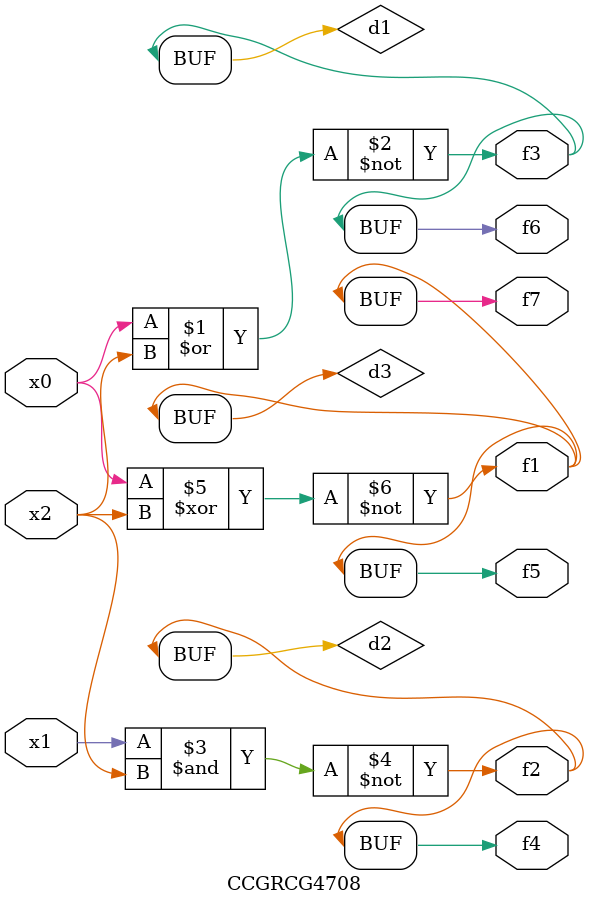
<source format=v>
module CCGRCG4708(
	input x0, x1, x2,
	output f1, f2, f3, f4, f5, f6, f7
);

	wire d1, d2, d3;

	nor (d1, x0, x2);
	nand (d2, x1, x2);
	xnor (d3, x0, x2);
	assign f1 = d3;
	assign f2 = d2;
	assign f3 = d1;
	assign f4 = d2;
	assign f5 = d3;
	assign f6 = d1;
	assign f7 = d3;
endmodule

</source>
